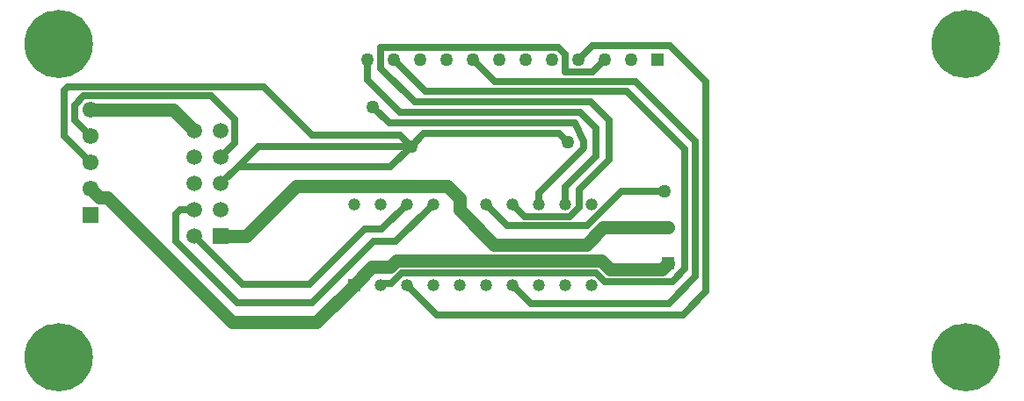
<source format=gbr>
G04*
G04 #@! TF.GenerationSoftware,Altium Limited,Altium Designer,23.2.1 (34)*
G04*
G04 Layer_Physical_Order=2*
G04 Layer_Color=16711680*
%FSLAX25Y25*%
%MOIN*%
G70*
G04*
G04 #@! TF.SameCoordinates,78BCBE2E-08CC-4CAE-8EE4-54C03573570A*
G04*
G04*
G04 #@! TF.FilePolarity,Positive*
G04*
G01*
G75*
%ADD20R,0.05118X0.05118*%
%ADD21C,0.05118*%
%ADD25C,0.05000*%
%ADD26R,0.05000X0.05000*%
%ADD34C,0.02500*%
%ADD35C,0.05000*%
%ADD36C,0.17323*%
%ADD37R,0.06102X0.06102*%
%ADD38C,0.06102*%
%ADD39R,0.04685X0.04685*%
%ADD40C,0.04685*%
%ADD41R,0.05906X0.05906*%
%ADD42C,0.05906*%
%ADD43C,0.02362*%
%ADD44C,0.04724*%
D20*
X529000Y398610D02*
D03*
D21*
Y412390D02*
D03*
D25*
X415000Y476000D02*
D03*
X425000D02*
D03*
X435000D02*
D03*
X445000D02*
D03*
X455000D02*
D03*
X465000D02*
D03*
X475000D02*
D03*
X485000D02*
D03*
X495000D02*
D03*
X505000D02*
D03*
X515000D02*
D03*
X491047Y444700D02*
D03*
X484957Y405743D02*
D03*
X417150Y458150D02*
D03*
X527600Y426100D02*
D03*
X431600Y443200D02*
D03*
D26*
X525000Y476000D02*
D03*
D34*
X480000Y425500D02*
X496659Y442159D01*
X497143Y442643D02*
Y445014D01*
X480000Y421130D02*
Y425500D01*
X493768Y452000D02*
X497143Y445014D01*
X496659Y442159D02*
X497143Y442643D01*
X373700Y443200D02*
X431600D01*
X436400Y448000D02*
X487747D01*
X491047Y444700D01*
X366000Y435500D02*
X373700Y443200D01*
X490000Y427675D02*
X501750Y439425D01*
Y450000D01*
X495750Y456000D02*
X501750Y450000D01*
X513500Y464000D02*
X535500Y442000D01*
X530650Y391750D02*
X535500Y396600D01*
Y442000D01*
X529400Y383500D02*
X539500Y393600D01*
Y445000D01*
X516750Y467750D02*
X539500Y445000D01*
X529800Y481300D02*
X543500Y467600D01*
Y387880D02*
Y467600D01*
X534620Y379000D02*
X543500Y387880D01*
X423923Y390918D02*
X428098Y395093D01*
X487998Y394993D02*
X488098Y395093D01*
X501902D02*
X505245Y391750D01*
X482002Y394993D02*
X487998D01*
X428098Y395093D02*
X481902D01*
X482002Y394993D01*
X488098Y395093D02*
X501902D01*
X342500Y407000D02*
Y417535D01*
X343965Y419000D02*
X349500D01*
X342500Y417535D02*
X343965Y419000D01*
X342500Y407000D02*
X365800Y383700D01*
X394000D01*
X349500Y409000D02*
X367800Y390700D01*
X393200D01*
X470000Y421130D02*
X474592Y416538D01*
X491902D01*
X498402Y413037D02*
X511465Y426100D01*
X468092Y413037D02*
X498402D01*
X460000Y421130D02*
X468092Y413037D01*
X491902Y416538D02*
X495400Y420035D01*
Y426800D01*
X431600Y443200D02*
X436400Y448000D01*
X375699Y465801D02*
X394000Y447500D01*
X427300D02*
X431600Y443200D01*
X394000Y447500D02*
X427300D01*
X417150Y458150D02*
X423300Y452000D01*
X493768D01*
X415000Y468400D02*
X427400Y456000D01*
X495750D01*
X415000Y468400D02*
Y476000D01*
X301465Y465801D02*
X375699D01*
X423900Y435500D02*
X431600Y443200D01*
X420200Y472800D02*
Y480800D01*
Y472800D02*
X433000Y460000D01*
X499700D01*
X359500Y429000D02*
X366000Y435500D01*
X423900D01*
X355899Y462301D02*
X364800Y453400D01*
Y444300D02*
Y453400D01*
X307500Y462301D02*
X355899D01*
X499700Y460000D02*
X506750Y452950D01*
X437000Y464000D02*
X513500D01*
X425000Y476000D02*
X437000Y464000D01*
X463250Y467750D02*
X516750D01*
X490200Y471250D02*
X500250D01*
X455000Y476000D02*
X463250Y467750D01*
X500250Y471250D02*
X505000Y476000D01*
X490200Y471250D02*
Y478100D01*
X511465Y426100D02*
X527600D01*
X414152Y411652D02*
X420522D01*
X393200Y390700D02*
X414152Y411652D01*
X394000Y383700D02*
X417300Y407000D01*
X425870D02*
X440000Y421130D01*
X417300Y407000D02*
X425870D01*
X470000Y390500D02*
X477000Y383500D01*
X529400D01*
X430000Y390500D02*
X441500Y379000D01*
X534620D01*
X304000Y458801D02*
X307500Y462301D01*
X304000Y453000D02*
X310000Y447000D01*
X304000Y453000D02*
Y458801D01*
X300000Y447000D02*
X310000Y437000D01*
X300000Y447000D02*
Y464337D01*
X301465Y465801D01*
X420418Y390918D02*
X423923D01*
X505245Y391750D02*
X530650D01*
X420000Y390500D02*
X420418Y390918D01*
X359500Y439000D02*
X364800Y444300D01*
X490000Y421130D02*
Y427675D01*
X487500Y480800D02*
X490200Y478100D01*
X420200Y480800D02*
X487500D01*
X506750Y438150D02*
Y452950D01*
X495400Y426800D02*
X506750Y438150D01*
X495000Y476000D02*
X500300Y481300D01*
X529800D01*
X420522Y411652D02*
X430000Y421130D01*
D35*
X369000Y409000D02*
X388000Y428000D01*
X445260D02*
X450000Y423260D01*
X388000Y428000D02*
X445260D01*
X450000Y421130D02*
Y423260D01*
X450000Y419000D02*
Y421130D01*
X450000Y421130D02*
X450000Y421130D01*
X359500Y409000D02*
X369000D01*
X484957Y405743D02*
X485056Y405842D01*
X463158D02*
X484957D01*
Y405743D02*
Y405842D01*
X483870Y399843D02*
X483969Y399743D01*
X485056Y405842D02*
X497925D01*
X483969Y399743D02*
X486031D01*
X486130Y399843D01*
X497925Y405842D02*
X504472Y412390D01*
X486130Y399843D02*
X503870D01*
X426130D02*
X483870D01*
X503870D02*
X507212Y396500D01*
X423648Y397360D02*
X426130Y399843D01*
X450000Y419000D02*
X463158Y405842D01*
X316449Y423551D02*
X363710Y376290D01*
X313480Y423551D02*
X316449D01*
X363710Y376290D02*
X395790D01*
X310000Y427000D02*
X310031D01*
X313480Y423551D01*
X410000Y390500D02*
X416860Y397360D01*
X395790Y376290D02*
X410000Y390500D01*
X416860Y397360D02*
X423648D01*
X507212Y396500D02*
X526890D01*
X529000Y398610D01*
X504472Y412390D02*
X529000D01*
X310000Y457000D02*
X341500D01*
X349500Y449000D01*
D36*
X298000Y482000D02*
D03*
X642000Y363000D02*
D03*
Y482000D02*
D03*
X298000Y363000D02*
D03*
D37*
X310000Y417000D02*
D03*
D38*
Y427000D02*
D03*
Y437000D02*
D03*
Y447000D02*
D03*
Y457000D02*
D03*
D39*
X410000Y390500D02*
D03*
D40*
X420000D02*
D03*
X430000D02*
D03*
X440000D02*
D03*
X450000D02*
D03*
X460000D02*
D03*
X470000D02*
D03*
X480000D02*
D03*
X490000D02*
D03*
X500000D02*
D03*
Y421130D02*
D03*
X490000D02*
D03*
X480000D02*
D03*
X470000D02*
D03*
X460000D02*
D03*
X450000D02*
D03*
X440000D02*
D03*
X430000D02*
D03*
X420000D02*
D03*
X410000D02*
D03*
D41*
X359500Y409000D02*
D03*
D42*
X349500D02*
D03*
X359500Y419000D02*
D03*
X349500D02*
D03*
X359500Y429000D02*
D03*
X349500D02*
D03*
X359500Y439000D02*
D03*
X349500D02*
D03*
X359500Y449000D02*
D03*
X349500D02*
D03*
D43*
X304124Y488125D02*
D03*
X306661Y482000D02*
D03*
X304124Y475876D02*
D03*
X298000Y473339D02*
D03*
X291876Y475876D02*
D03*
X289339Y482000D02*
D03*
X291876Y488125D02*
D03*
X298000Y490661D02*
D03*
X648125Y369125D02*
D03*
X650661Y363000D02*
D03*
X648125Y356875D02*
D03*
X642000Y354339D02*
D03*
X635876Y356875D02*
D03*
X633339Y363000D02*
D03*
X635876Y369125D02*
D03*
X642000Y371661D02*
D03*
X648125Y488125D02*
D03*
X650661Y482000D02*
D03*
X648125Y475876D02*
D03*
X642000Y473339D02*
D03*
X635876Y475876D02*
D03*
X633339Y482000D02*
D03*
X635876Y488125D02*
D03*
X642000Y490661D02*
D03*
X304124Y369125D02*
D03*
X306661Y363000D02*
D03*
X304124Y356875D02*
D03*
X298000Y354339D02*
D03*
X291876Y356875D02*
D03*
X289339Y363000D02*
D03*
X291876Y369125D02*
D03*
X298000Y371661D02*
D03*
D44*
X308637Y482000D02*
G03*
X308637Y482000I-10637J0D01*
G01*
X652637Y363000D02*
G03*
X652637Y363000I-10637J0D01*
G01*
Y482000D02*
G03*
X652637Y482000I-10637J0D01*
G01*
X308637Y363000D02*
G03*
X308637Y363000I-10637J0D01*
G01*
M02*

</source>
